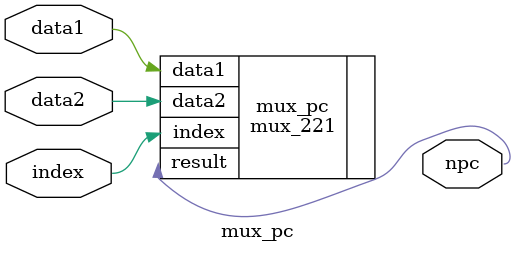
<source format=v>
`timescale 1ns / 1ps


module mux_pc(
    input data1,
    input data2,
    input index,
    output npc
    );
    
    mux_221 mux_pc (
        .data1(data1),
        .data2(data2),
        .index(index),
        .result(npc)
    );

endmodule

</source>
